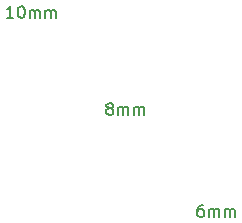
<source format=gbr>
G04 #@! TF.GenerationSoftware,KiCad,Pcbnew,(5.1.0)-1*
G04 #@! TF.CreationDate,2019-09-04T17:57:14-07:00*
G04 #@! TF.ProjectId,Miniscope-v4-FlexPC,4d696e69-7363-46f7-9065-2d76342d466c,rev?*
G04 #@! TF.SameCoordinates,Original*
G04 #@! TF.FileFunction,Legend,Top*
G04 #@! TF.FilePolarity,Positive*
%FSLAX46Y46*%
G04 Gerber Fmt 4.6, Leading zero omitted, Abs format (unit mm)*
G04 Created by KiCad (PCBNEW (5.1.0)-1) date 2019-09-04 17:57:14*
%MOMM*%
%LPD*%
G04 APERTURE LIST*
%ADD10C,0.150000*%
G04 APERTURE END LIST*
D10*
X36906342Y-32624780D02*
X36715866Y-32624780D01*
X36620628Y-32672400D01*
X36573009Y-32720019D01*
X36477771Y-32862876D01*
X36430152Y-33053352D01*
X36430152Y-33434304D01*
X36477771Y-33529542D01*
X36525390Y-33577161D01*
X36620628Y-33624780D01*
X36811104Y-33624780D01*
X36906342Y-33577161D01*
X36953961Y-33529542D01*
X37001580Y-33434304D01*
X37001580Y-33196209D01*
X36953961Y-33100971D01*
X36906342Y-33053352D01*
X36811104Y-33005733D01*
X36620628Y-33005733D01*
X36525390Y-33053352D01*
X36477771Y-33100971D01*
X36430152Y-33196209D01*
X37430152Y-33624780D02*
X37430152Y-32958114D01*
X37430152Y-33053352D02*
X37477771Y-33005733D01*
X37573009Y-32958114D01*
X37715866Y-32958114D01*
X37811104Y-33005733D01*
X37858723Y-33100971D01*
X37858723Y-33624780D01*
X37858723Y-33100971D02*
X37906342Y-33005733D01*
X38001580Y-32958114D01*
X38144438Y-32958114D01*
X38239676Y-33005733D01*
X38287295Y-33100971D01*
X38287295Y-33624780D01*
X38763485Y-33624780D02*
X38763485Y-32958114D01*
X38763485Y-33053352D02*
X38811104Y-33005733D01*
X38906342Y-32958114D01*
X39049200Y-32958114D01*
X39144438Y-33005733D01*
X39192057Y-33100971D01*
X39192057Y-33624780D01*
X39192057Y-33100971D02*
X39239676Y-33005733D01*
X39334914Y-32958114D01*
X39477771Y-32958114D01*
X39573009Y-33005733D01*
X39620628Y-33100971D01*
X39620628Y-33624780D01*
X28924428Y-24417352D02*
X28829190Y-24369733D01*
X28781571Y-24322114D01*
X28733952Y-24226876D01*
X28733952Y-24179257D01*
X28781571Y-24084019D01*
X28829190Y-24036400D01*
X28924428Y-23988780D01*
X29114904Y-23988780D01*
X29210142Y-24036400D01*
X29257761Y-24084019D01*
X29305380Y-24179257D01*
X29305380Y-24226876D01*
X29257761Y-24322114D01*
X29210142Y-24369733D01*
X29114904Y-24417352D01*
X28924428Y-24417352D01*
X28829190Y-24464971D01*
X28781571Y-24512590D01*
X28733952Y-24607828D01*
X28733952Y-24798304D01*
X28781571Y-24893542D01*
X28829190Y-24941161D01*
X28924428Y-24988780D01*
X29114904Y-24988780D01*
X29210142Y-24941161D01*
X29257761Y-24893542D01*
X29305380Y-24798304D01*
X29305380Y-24607828D01*
X29257761Y-24512590D01*
X29210142Y-24464971D01*
X29114904Y-24417352D01*
X29733952Y-24988780D02*
X29733952Y-24322114D01*
X29733952Y-24417352D02*
X29781571Y-24369733D01*
X29876809Y-24322114D01*
X30019666Y-24322114D01*
X30114904Y-24369733D01*
X30162523Y-24464971D01*
X30162523Y-24988780D01*
X30162523Y-24464971D02*
X30210142Y-24369733D01*
X30305380Y-24322114D01*
X30448238Y-24322114D01*
X30543476Y-24369733D01*
X30591095Y-24464971D01*
X30591095Y-24988780D01*
X31067285Y-24988780D02*
X31067285Y-24322114D01*
X31067285Y-24417352D02*
X31114904Y-24369733D01*
X31210142Y-24322114D01*
X31353000Y-24322114D01*
X31448238Y-24369733D01*
X31495857Y-24464971D01*
X31495857Y-24988780D01*
X31495857Y-24464971D02*
X31543476Y-24369733D01*
X31638714Y-24322114D01*
X31781571Y-24322114D01*
X31876809Y-24369733D01*
X31924428Y-24464971D01*
X31924428Y-24988780D01*
X20853590Y-16784580D02*
X20282161Y-16784580D01*
X20567876Y-16784580D02*
X20567876Y-15784580D01*
X20472638Y-15927438D01*
X20377400Y-16022676D01*
X20282161Y-16070295D01*
X21472638Y-15784580D02*
X21567876Y-15784580D01*
X21663114Y-15832200D01*
X21710733Y-15879819D01*
X21758352Y-15975057D01*
X21805971Y-16165533D01*
X21805971Y-16403628D01*
X21758352Y-16594104D01*
X21710733Y-16689342D01*
X21663114Y-16736961D01*
X21567876Y-16784580D01*
X21472638Y-16784580D01*
X21377400Y-16736961D01*
X21329780Y-16689342D01*
X21282161Y-16594104D01*
X21234542Y-16403628D01*
X21234542Y-16165533D01*
X21282161Y-15975057D01*
X21329780Y-15879819D01*
X21377400Y-15832200D01*
X21472638Y-15784580D01*
X22234542Y-16784580D02*
X22234542Y-16117914D01*
X22234542Y-16213152D02*
X22282161Y-16165533D01*
X22377400Y-16117914D01*
X22520257Y-16117914D01*
X22615495Y-16165533D01*
X22663114Y-16260771D01*
X22663114Y-16784580D01*
X22663114Y-16260771D02*
X22710733Y-16165533D01*
X22805971Y-16117914D01*
X22948828Y-16117914D01*
X23044066Y-16165533D01*
X23091685Y-16260771D01*
X23091685Y-16784580D01*
X23567876Y-16784580D02*
X23567876Y-16117914D01*
X23567876Y-16213152D02*
X23615495Y-16165533D01*
X23710733Y-16117914D01*
X23853590Y-16117914D01*
X23948828Y-16165533D01*
X23996447Y-16260771D01*
X23996447Y-16784580D01*
X23996447Y-16260771D02*
X24044066Y-16165533D01*
X24139304Y-16117914D01*
X24282161Y-16117914D01*
X24377400Y-16165533D01*
X24425019Y-16260771D01*
X24425019Y-16784580D01*
M02*

</source>
